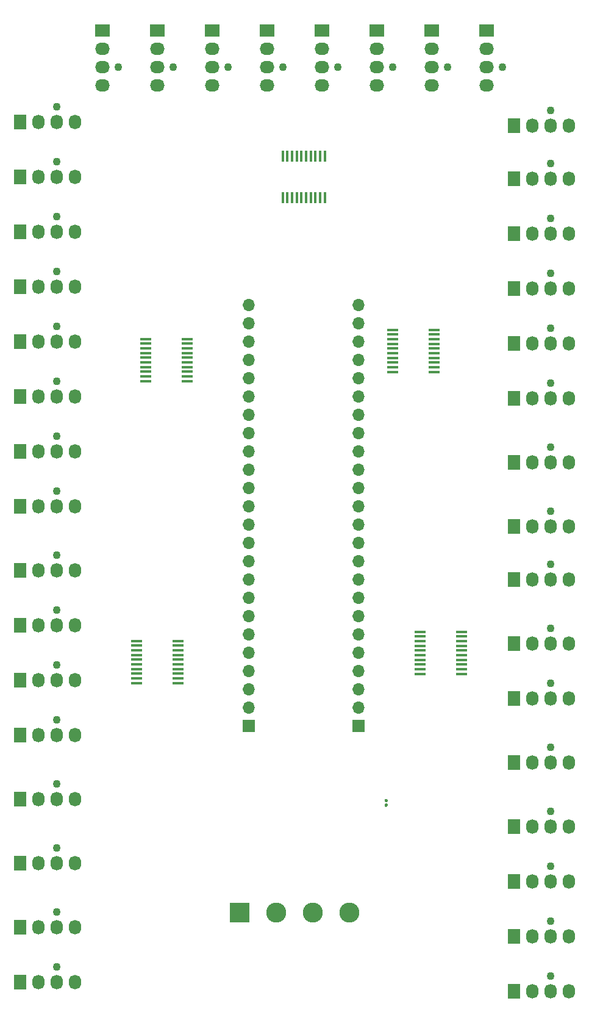
<source format=gbr>
%TF.GenerationSoftware,KiCad,Pcbnew,(5.1.8)-1*%
%TF.CreationDate,2021-02-27T15:52:15-06:00*%
%TF.ProjectId,CircuitBoard,43697263-7569-4744-926f-6172642e6b69,rev?*%
%TF.SameCoordinates,Original*%
%TF.FileFunction,Soldermask,Top*%
%TF.FilePolarity,Negative*%
%FSLAX46Y46*%
G04 Gerber Fmt 4.6, Leading zero omitted, Abs format (unit mm)*
G04 Created by KiCad (PCBNEW (5.1.8)-1) date 2021-02-27 15:52:15*
%MOMM*%
%LPD*%
G01*
G04 APERTURE LIST*
%ADD10R,1.570000X0.410000*%
%ADD11R,0.410000X1.570000*%
%ADD12C,2.780000*%
%ADD13R,2.780000X2.780000*%
%ADD14C,1.100000*%
%ADD15O,1.730000X2.030000*%
%ADD16R,1.730000X2.030000*%
%ADD17O,1.700000X1.700000*%
%ADD18R,1.700000X1.700000*%
%ADD19O,2.030000X1.730000*%
%ADD20R,2.030000X1.730000*%
G04 APERTURE END LIST*
D10*
%TO.C,U5*%
X105080000Y-95635000D03*
X105080000Y-94985000D03*
X105080000Y-94335000D03*
X105080000Y-93685000D03*
X105080000Y-93035000D03*
X105080000Y-92385000D03*
X105080000Y-91735000D03*
X105080000Y-91085000D03*
X105080000Y-90435000D03*
X105080000Y-89785000D03*
X110820000Y-89785000D03*
X110820000Y-90435000D03*
X110820000Y-91085000D03*
X110820000Y-91735000D03*
X110820000Y-92385000D03*
X110820000Y-93035000D03*
X110820000Y-93685000D03*
X110820000Y-94335000D03*
X110820000Y-94985000D03*
X110820000Y-95635000D03*
%TD*%
%TO.C,U4*%
X103810000Y-137545000D03*
X103810000Y-136895000D03*
X103810000Y-136245000D03*
X103810000Y-135595000D03*
X103810000Y-134945000D03*
X103810000Y-134295000D03*
X103810000Y-133645000D03*
X103810000Y-132995000D03*
X103810000Y-132345000D03*
X103810000Y-131695000D03*
X109550000Y-131695000D03*
X109550000Y-132345000D03*
X109550000Y-132995000D03*
X109550000Y-133645000D03*
X109550000Y-134295000D03*
X109550000Y-134945000D03*
X109550000Y-135595000D03*
X109550000Y-136245000D03*
X109550000Y-136895000D03*
X109550000Y-137545000D03*
%TD*%
%TO.C,U3*%
X145110000Y-88515000D03*
X145110000Y-89165000D03*
X145110000Y-89815000D03*
X145110000Y-90465000D03*
X145110000Y-91115000D03*
X145110000Y-91765000D03*
X145110000Y-92415000D03*
X145110000Y-93065000D03*
X145110000Y-93715000D03*
X145110000Y-94365000D03*
X139370000Y-94365000D03*
X139370000Y-93715000D03*
X139370000Y-93065000D03*
X139370000Y-92415000D03*
X139370000Y-91765000D03*
X139370000Y-91115000D03*
X139370000Y-90465000D03*
X139370000Y-89815000D03*
X139370000Y-89165000D03*
X139370000Y-88515000D03*
%TD*%
D11*
%TO.C,U2*%
X124075000Y-64440000D03*
X124725000Y-64440000D03*
X125375000Y-64440000D03*
X126025000Y-64440000D03*
X126675000Y-64440000D03*
X127325000Y-64440000D03*
X127975000Y-64440000D03*
X128625000Y-64440000D03*
X129275000Y-64440000D03*
X129925000Y-64440000D03*
X129925000Y-70180000D03*
X129275000Y-70180000D03*
X128625000Y-70180000D03*
X127975000Y-70180000D03*
X127325000Y-70180000D03*
X126675000Y-70180000D03*
X126025000Y-70180000D03*
X125375000Y-70180000D03*
X124725000Y-70180000D03*
X124075000Y-70180000D03*
%TD*%
D10*
%TO.C,U1*%
X148920000Y-130425000D03*
X148920000Y-131075000D03*
X148920000Y-131725000D03*
X148920000Y-132375000D03*
X148920000Y-133025000D03*
X148920000Y-133675000D03*
X148920000Y-134325000D03*
X148920000Y-134975000D03*
X148920000Y-135625000D03*
X148920000Y-136275000D03*
X143180000Y-136275000D03*
X143180000Y-135625000D03*
X143180000Y-134975000D03*
X143180000Y-134325000D03*
X143180000Y-133675000D03*
X143180000Y-133025000D03*
X143180000Y-132375000D03*
X143180000Y-131725000D03*
X143180000Y-131075000D03*
X143180000Y-130425000D03*
%TD*%
%TO.C,R1*%
G36*
G01*
X138530000Y-154088000D02*
X138330000Y-154088000D01*
G75*
G02*
X138230000Y-153988000I0J100000D01*
G01*
X138230000Y-153728000D01*
G75*
G02*
X138330000Y-153628000I100000J0D01*
G01*
X138530000Y-153628000D01*
G75*
G02*
X138630000Y-153728000I0J-100000D01*
G01*
X138630000Y-153988000D01*
G75*
G02*
X138530000Y-154088000I-100000J0D01*
G01*
G37*
G36*
G01*
X138530000Y-154728000D02*
X138330000Y-154728000D01*
G75*
G02*
X138230000Y-154628000I0J100000D01*
G01*
X138230000Y-154368000D01*
G75*
G02*
X138330000Y-154268000I100000J0D01*
G01*
X138530000Y-154268000D01*
G75*
G02*
X138630000Y-154368000I0J-100000D01*
G01*
X138630000Y-154628000D01*
G75*
G02*
X138530000Y-154728000I-100000J0D01*
G01*
G37*
%TD*%
D12*
%TO.C,JMolex1*%
X133350000Y-169418000D03*
X128270000Y-169418000D03*
X123190000Y-169418000D03*
D13*
X118110000Y-169418000D03*
%TD*%
D14*
%TO.C,J42*%
X92710000Y-110870000D03*
D15*
X95250000Y-113030000D03*
X92710000Y-113030000D03*
X90170000Y-113030000D03*
D16*
X87630000Y-113030000D03*
%TD*%
D14*
%TO.C,J41*%
X92710000Y-103250000D03*
D15*
X95250000Y-105410000D03*
X92710000Y-105410000D03*
X90170000Y-105410000D03*
D16*
X87630000Y-105410000D03*
%TD*%
D14*
%TO.C,J40*%
X92710000Y-95630000D03*
D15*
X95250000Y-97790000D03*
X92710000Y-97790000D03*
X90170000Y-97790000D03*
D16*
X87630000Y-97790000D03*
%TD*%
D14*
%TO.C,J39*%
X92710000Y-88010000D03*
D15*
X95250000Y-90170000D03*
X92710000Y-90170000D03*
X90170000Y-90170000D03*
D16*
X87630000Y-90170000D03*
%TD*%
D14*
%TO.C,J38*%
X92710000Y-80390000D03*
D15*
X95250000Y-82550000D03*
X92710000Y-82550000D03*
X90170000Y-82550000D03*
D16*
X87630000Y-82550000D03*
%TD*%
D14*
%TO.C,J37*%
X92710000Y-72770000D03*
D15*
X95250000Y-74930000D03*
X92710000Y-74930000D03*
X90170000Y-74930000D03*
D16*
X87630000Y-74930000D03*
%TD*%
D14*
%TO.C,J36*%
X92710000Y-65150000D03*
D15*
X95250000Y-67310000D03*
X92710000Y-67310000D03*
X90170000Y-67310000D03*
D16*
X87630000Y-67310000D03*
%TD*%
D14*
%TO.C,J35*%
X92710000Y-57530000D03*
D15*
X95250000Y-59690000D03*
X92710000Y-59690000D03*
X90170000Y-59690000D03*
D16*
X87630000Y-59690000D03*
%TD*%
D14*
%TO.C,J34*%
X92710000Y-119760000D03*
D15*
X95250000Y-121920000D03*
X92710000Y-121920000D03*
X90170000Y-121920000D03*
D16*
X87630000Y-121920000D03*
%TD*%
D14*
%TO.C,J33*%
X92710000Y-127380000D03*
D15*
X95250000Y-129540000D03*
X92710000Y-129540000D03*
X90170000Y-129540000D03*
D16*
X87630000Y-129540000D03*
%TD*%
D14*
%TO.C,J32*%
X92710000Y-135000000D03*
D15*
X95250000Y-137160000D03*
X92710000Y-137160000D03*
X90170000Y-137160000D03*
D16*
X87630000Y-137160000D03*
%TD*%
D14*
%TO.C,J31*%
X92710000Y-142620000D03*
D15*
X95250000Y-144780000D03*
X92710000Y-144780000D03*
X90170000Y-144780000D03*
D16*
X87630000Y-144780000D03*
%TD*%
D14*
%TO.C,J30*%
X92710000Y-151510000D03*
D15*
X95250000Y-153670000D03*
X92710000Y-153670000D03*
X90170000Y-153670000D03*
D16*
X87630000Y-153670000D03*
%TD*%
D14*
%TO.C,J29*%
X92710000Y-160400000D03*
D15*
X95250000Y-162560000D03*
X92710000Y-162560000D03*
X90170000Y-162560000D03*
D16*
X87630000Y-162560000D03*
%TD*%
D14*
%TO.C,J28*%
X92710000Y-169290000D03*
D15*
X95250000Y-171450000D03*
X92710000Y-171450000D03*
X90170000Y-171450000D03*
D16*
X87630000Y-171450000D03*
%TD*%
D14*
%TO.C,J27*%
X92710000Y-176910000D03*
D15*
X95250000Y-179070000D03*
X92710000Y-179070000D03*
X90170000Y-179070000D03*
D16*
X87630000Y-179070000D03*
%TD*%
D14*
%TO.C,J26*%
X161290000Y-113664000D03*
D15*
X163830000Y-115824000D03*
X161290000Y-115824000D03*
X158750000Y-115824000D03*
D16*
X156210000Y-115824000D03*
%TD*%
D14*
%TO.C,J25*%
X161290000Y-104774000D03*
D15*
X163830000Y-106934000D03*
X161290000Y-106934000D03*
X158750000Y-106934000D03*
D16*
X156210000Y-106934000D03*
%TD*%
D14*
%TO.C,J24*%
X161290000Y-95884000D03*
D15*
X163830000Y-98044000D03*
X161290000Y-98044000D03*
X158750000Y-98044000D03*
D16*
X156210000Y-98044000D03*
%TD*%
D14*
%TO.C,J23*%
X161290000Y-88264000D03*
D15*
X163830000Y-90424000D03*
X161290000Y-90424000D03*
X158750000Y-90424000D03*
D16*
X156210000Y-90424000D03*
%TD*%
D17*
%TO.C,J22*%
X119380000Y-85090000D03*
X119380000Y-87630000D03*
X119380000Y-90170000D03*
X119380000Y-92710000D03*
X119380000Y-95250000D03*
X119380000Y-97790000D03*
X119380000Y-100330000D03*
X119380000Y-102870000D03*
X119380000Y-105410000D03*
X119380000Y-107950000D03*
X119380000Y-110490000D03*
X119380000Y-113030000D03*
X119380000Y-115570000D03*
X119380000Y-118110000D03*
X119380000Y-120650000D03*
X119380000Y-123190000D03*
X119380000Y-125730000D03*
X119380000Y-128270000D03*
X119380000Y-130810000D03*
X119380000Y-133350000D03*
X119380000Y-135890000D03*
X119380000Y-138430000D03*
X119380000Y-140970000D03*
D18*
X119380000Y-143510000D03*
%TD*%
D17*
%TO.C,J21*%
X134620000Y-85090000D03*
X134620000Y-87630000D03*
X134620000Y-90170000D03*
X134620000Y-92710000D03*
X134620000Y-95250000D03*
X134620000Y-97790000D03*
X134620000Y-100330000D03*
X134620000Y-102870000D03*
X134620000Y-105410000D03*
X134620000Y-107950000D03*
X134620000Y-110490000D03*
X134620000Y-113030000D03*
X134620000Y-115570000D03*
X134620000Y-118110000D03*
X134620000Y-120650000D03*
X134620000Y-123190000D03*
X134620000Y-125730000D03*
X134620000Y-128270000D03*
X134620000Y-130810000D03*
X134620000Y-133350000D03*
X134620000Y-135890000D03*
X134620000Y-138430000D03*
X134620000Y-140970000D03*
D18*
X134620000Y-143510000D03*
%TD*%
D14*
%TO.C,J20*%
X108840000Y-52070000D03*
D19*
X106680000Y-54610000D03*
X106680000Y-52070000D03*
X106680000Y-49530000D03*
D20*
X106680000Y-46990000D03*
%TD*%
D14*
%TO.C,J19*%
X101220000Y-52070000D03*
D19*
X99060000Y-54610000D03*
X99060000Y-52070000D03*
X99060000Y-49530000D03*
D20*
X99060000Y-46990000D03*
%TD*%
D14*
%TO.C,J18*%
X161290000Y-121030000D03*
D15*
X163830000Y-123190000D03*
X161290000Y-123190000D03*
X158750000Y-123190000D03*
D16*
X156210000Y-123190000D03*
%TD*%
D14*
%TO.C,J17*%
X161290000Y-129920000D03*
D15*
X163830000Y-132080000D03*
X161290000Y-132080000D03*
X158750000Y-132080000D03*
D16*
X156210000Y-132080000D03*
%TD*%
D14*
%TO.C,J16*%
X161290000Y-137540000D03*
D15*
X163830000Y-139700000D03*
X161290000Y-139700000D03*
X158750000Y-139700000D03*
D16*
X156210000Y-139700000D03*
%TD*%
D14*
%TO.C,J15*%
X161290000Y-146430000D03*
D15*
X163830000Y-148590000D03*
X161290000Y-148590000D03*
X158750000Y-148590000D03*
D16*
X156210000Y-148590000D03*
%TD*%
D14*
%TO.C,J14*%
X161290000Y-155320000D03*
D15*
X163830000Y-157480000D03*
X161290000Y-157480000D03*
X158750000Y-157480000D03*
D16*
X156210000Y-157480000D03*
%TD*%
D14*
%TO.C,J13*%
X161290000Y-162940000D03*
D15*
X163830000Y-165100000D03*
X161290000Y-165100000D03*
X158750000Y-165100000D03*
D16*
X156210000Y-165100000D03*
%TD*%
D14*
%TO.C,J12*%
X161290000Y-170560000D03*
D15*
X163830000Y-172720000D03*
X161290000Y-172720000D03*
X158750000Y-172720000D03*
D16*
X156210000Y-172720000D03*
%TD*%
D14*
%TO.C,J11*%
X161290000Y-178180000D03*
D15*
X163830000Y-180340000D03*
X161290000Y-180340000D03*
X158750000Y-180340000D03*
D16*
X156210000Y-180340000D03*
%TD*%
D14*
%TO.C,J10*%
X161290000Y-80644000D03*
D15*
X163830000Y-82804000D03*
X161290000Y-82804000D03*
X158750000Y-82804000D03*
D16*
X156210000Y-82804000D03*
%TD*%
D14*
%TO.C,J9*%
X161290000Y-65404000D03*
D15*
X163830000Y-67564000D03*
X161290000Y-67564000D03*
X158750000Y-67564000D03*
D16*
X156210000Y-67564000D03*
%TD*%
D14*
%TO.C,J8*%
X161290000Y-58038000D03*
D15*
X163830000Y-60198000D03*
X161290000Y-60198000D03*
X158750000Y-60198000D03*
D16*
X156210000Y-60198000D03*
%TD*%
D14*
%TO.C,J7*%
X154560000Y-52070000D03*
D19*
X152400000Y-54610000D03*
X152400000Y-52070000D03*
X152400000Y-49530000D03*
D20*
X152400000Y-46990000D03*
%TD*%
D14*
%TO.C,J6*%
X161290000Y-73024000D03*
D15*
X163830000Y-75184000D03*
X161290000Y-75184000D03*
X158750000Y-75184000D03*
D16*
X156210000Y-75184000D03*
%TD*%
D14*
%TO.C,J5*%
X146940000Y-52070000D03*
D19*
X144780000Y-54610000D03*
X144780000Y-52070000D03*
X144780000Y-49530000D03*
D20*
X144780000Y-46990000D03*
%TD*%
D14*
%TO.C,J4*%
X139320000Y-52070000D03*
D19*
X137160000Y-54610000D03*
X137160000Y-52070000D03*
X137160000Y-49530000D03*
D20*
X137160000Y-46990000D03*
%TD*%
D14*
%TO.C,J3*%
X116460000Y-52070000D03*
D19*
X114300000Y-54610000D03*
X114300000Y-52070000D03*
X114300000Y-49530000D03*
D20*
X114300000Y-46990000D03*
%TD*%
D14*
%TO.C,J2*%
X131700000Y-52070000D03*
D19*
X129540000Y-54610000D03*
X129540000Y-52070000D03*
X129540000Y-49530000D03*
D20*
X129540000Y-46990000D03*
%TD*%
D14*
%TO.C,J1*%
X124080000Y-52070000D03*
D19*
X121920000Y-54610000D03*
X121920000Y-52070000D03*
X121920000Y-49530000D03*
D20*
X121920000Y-46990000D03*
%TD*%
M02*

</source>
